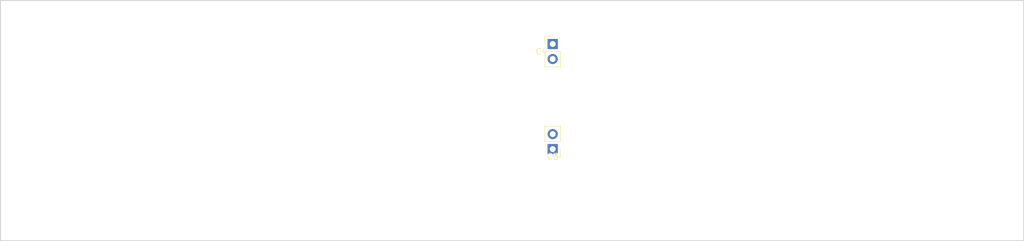
<source format=kicad_pcb>
(kicad_pcb (version 20171130) (host pcbnew "(5.1.10-1-10_14)")

  (general
    (thickness 1.6)
    (drawings 4)
    (tracks 0)
    (zones 0)
    (modules 2)
    (nets 4)
  )

  (page A2)
  (layers
    (0 F.Cu signal)
    (31 B.Cu signal)
    (32 B.Adhes user)
    (33 F.Adhes user)
    (34 B.Paste user)
    (35 F.Paste user)
    (36 B.SilkS user)
    (37 F.SilkS user)
    (38 B.Mask user)
    (39 F.Mask user)
    (40 Dwgs.User user)
    (41 Cmts.User user)
    (42 Eco1.User user)
    (43 Eco2.User user)
    (44 Edge.Cuts user)
    (45 Margin user)
    (46 B.CrtYd user)
    (47 F.CrtYd user)
    (48 B.Fab user hide)
    (49 F.Fab user hide)
  )

  (setup
    (last_trace_width 0.2)
    (trace_clearance 0.5)
    (zone_clearance 0.508)
    (zone_45_only yes)
    (trace_min 0.15)
    (via_size 0.6)
    (via_drill 0.3)
    (via_min_size 0.3)
    (via_min_drill 0.3)
    (uvia_size 0.3)
    (uvia_drill 0.1)
    (uvias_allowed no)
    (uvia_min_size 0.2)
    (uvia_min_drill 0.1)
    (edge_width 0.15)
    (segment_width 0.2)
    (pcb_text_width 0.3)
    (pcb_text_size 1.5 1.5)
    (mod_edge_width 0.15)
    (mod_text_size 1 1)
    (mod_text_width 0.15)
    (pad_size 1.524 1.524)
    (pad_drill 0.762)
    (pad_to_mask_clearance 0.2)
    (aux_axis_origin 0 0)
    (grid_origin 160.02 159.385)
    (visible_elements FFFEFF7F)
    (pcbplotparams
      (layerselection 0x010f0_80000001)
      (usegerberextensions false)
      (usegerberattributes true)
      (usegerberadvancedattributes true)
      (creategerberjobfile true)
      (excludeedgelayer true)
      (linewidth 0.100000)
      (plotframeref false)
      (viasonmask false)
      (mode 1)
      (useauxorigin false)
      (hpglpennumber 1)
      (hpglpenspeed 20)
      (hpglpendiameter 15.000000)
      (psnegative false)
      (psa4output false)
      (plotreference true)
      (plotvalue false)
      (plotinvisibletext false)
      (padsonsilk false)
      (subtractmaskfromsilk false)
      (outputformat 1)
      (mirror false)
      (drillshape 0)
      (scaleselection 1)
      (outputdirectory "grb-mc33179"))
  )

  (net 0 "")
  (net 1 +12V)
  (net 2 GND)
  (net 3 -12V)

  (net_class Default "This is the default net class."
    (clearance 0.5)
    (trace_width 0.2)
    (via_dia 0.6)
    (via_drill 0.3)
    (uvia_dia 0.3)
    (uvia_drill 0.1)
  )

  (net_class pow ""
    (clearance 0.4)
    (trace_width 0.4)
    (via_dia 0.6)
    (via_drill 0.3)
    (uvia_dia 0.3)
    (uvia_drill 0.1)
    (add_net +12V)
    (add_net -12V)
    (add_net GND)
  )

  (module Connector_PinHeader_2.54mm:PinHeader_1x02_P2.54mm_Vertical (layer F.Cu) (tedit 59FED5CC) (tstamp 5DB4D68B)
    (at 160.528 216.281 180)
    (descr "Through hole straight pin header, 1x02, 2.54mm pitch, single row")
    (tags "Through hole pin header THT 1x02 2.54mm single row")
    (path /5DA9FDF2/5DAA5CA9/5DAA4473)
    (fp_text reference C3 (at 0 -1.27) (layer F.SilkS)
      (effects (font (size 1 1) (thickness 0.15)))
    )
    (fp_text value 100n (at 0 1.5) (layer F.Fab)
      (effects (font (size 1 1) (thickness 0.15)))
    )
    (fp_line (start -0.635 -1.27) (end 1.27 -1.27) (layer F.Fab) (width 0.1))
    (fp_line (start 1.27 -1.27) (end 1.27 3.81) (layer F.Fab) (width 0.1))
    (fp_line (start 1.27 3.81) (end -1.27 3.81) (layer F.Fab) (width 0.1))
    (fp_line (start -1.27 3.81) (end -1.27 -0.635) (layer F.Fab) (width 0.1))
    (fp_line (start -1.27 -0.635) (end -0.635 -1.27) (layer F.Fab) (width 0.1))
    (fp_line (start -1.33 3.87) (end 1.33 3.87) (layer F.SilkS) (width 0.12))
    (fp_line (start -1.33 1.27) (end -1.33 3.87) (layer F.SilkS) (width 0.12))
    (fp_line (start 1.33 1.27) (end 1.33 3.87) (layer F.SilkS) (width 0.12))
    (fp_line (start -1.33 1.27) (end 1.33 1.27) (layer F.SilkS) (width 0.12))
    (fp_line (start -1.33 0) (end -1.33 -1.33) (layer F.SilkS) (width 0.12))
    (fp_line (start -1.33 -1.33) (end 0 -1.33) (layer F.SilkS) (width 0.12))
    (fp_line (start -1.8 -1.8) (end -1.8 4.35) (layer F.CrtYd) (width 0.05))
    (fp_line (start -1.8 4.35) (end 1.8 4.35) (layer F.CrtYd) (width 0.05))
    (fp_line (start 1.8 4.35) (end 1.8 -1.8) (layer F.CrtYd) (width 0.05))
    (fp_line (start 1.8 -1.8) (end -1.8 -1.8) (layer F.CrtYd) (width 0.05))
    (fp_text user %R (at 0 -1.5) (layer F.Fab)
      (effects (font (size 1 1) (thickness 0.15)))
    )
    (pad 2 thru_hole oval (at 0 2.54 180) (size 1.7 1.7) (drill 1) (layers *.Cu *.Mask)
      (net 1 +12V))
    (pad 1 thru_hole rect (at 0 0 180) (size 1.7 1.7) (drill 1) (layers *.Cu *.Mask)
      (net 2 GND))
    (model ${KISYS3DMOD}/Connector_PinHeader_2.54mm.3dshapes/PinHeader_1x02_P2.54mm_Vertical.wrl
      (at (xyz 0 0 0))
      (scale (xyz 1 1 1))
      (rotate (xyz 0 0 0))
    )
  )

  (module Connector_PinHeader_2.54mm:PinHeader_1x02_P2.54mm_Vertical (layer F.Cu) (tedit 59FED5CC) (tstamp 5DB4D69C)
    (at 160.528 198.501)
    (descr "Through hole straight pin header, 1x02, 2.54mm pitch, single row")
    (tags "Through hole pin header THT 1x02 2.54mm single row")
    (path /5DA9FDF2/5DAA5CA9/5DAA4471)
    (fp_text reference C4 (at -1.905 1.27 180) (layer F.SilkS)
      (effects (font (size 1 1) (thickness 0.15)))
    )
    (fp_text value 100n (at 0 1.5 180) (layer F.Fab)
      (effects (font (size 1 1) (thickness 0.15)))
    )
    (fp_line (start -0.635 -1.27) (end 1.27 -1.27) (layer F.Fab) (width 0.1))
    (fp_line (start 1.27 -1.27) (end 1.27 3.81) (layer F.Fab) (width 0.1))
    (fp_line (start 1.27 3.81) (end -1.27 3.81) (layer F.Fab) (width 0.1))
    (fp_line (start -1.27 3.81) (end -1.27 -0.635) (layer F.Fab) (width 0.1))
    (fp_line (start -1.27 -0.635) (end -0.635 -1.27) (layer F.Fab) (width 0.1))
    (fp_line (start -1.33 3.87) (end 1.33 3.87) (layer F.SilkS) (width 0.12))
    (fp_line (start -1.33 1.27) (end -1.33 3.87) (layer F.SilkS) (width 0.12))
    (fp_line (start 1.33 1.27) (end 1.33 3.87) (layer F.SilkS) (width 0.12))
    (fp_line (start -1.33 1.27) (end 1.33 1.27) (layer F.SilkS) (width 0.12))
    (fp_line (start -1.33 0) (end -1.33 -1.33) (layer F.SilkS) (width 0.12))
    (fp_line (start -1.33 -1.33) (end 0 -1.33) (layer F.SilkS) (width 0.12))
    (fp_line (start -1.8 -1.8) (end -1.8 4.35) (layer F.CrtYd) (width 0.05))
    (fp_line (start -1.8 4.35) (end 1.8 4.35) (layer F.CrtYd) (width 0.05))
    (fp_line (start 1.8 4.35) (end 1.8 -1.8) (layer F.CrtYd) (width 0.05))
    (fp_line (start 1.8 -1.8) (end -1.8 -1.8) (layer F.CrtYd) (width 0.05))
    (fp_text user %R (at 0 -1.5 180) (layer F.Fab)
      (effects (font (size 1 1) (thickness 0.15)))
    )
    (pad 2 thru_hole oval (at 0 2.54) (size 1.7 1.7) (drill 1) (layers *.Cu *.Mask)
      (net 3 -12V))
    (pad 1 thru_hole rect (at 0 0) (size 1.7 1.7) (drill 1) (layers *.Cu *.Mask)
      (net 2 GND))
    (model ${KISYS3DMOD}/Connector_PinHeader_2.54mm.3dshapes/PinHeader_1x02_P2.54mm_Vertical.wrl
      (at (xyz 0 0 0))
      (scale (xyz 1 1 1))
      (rotate (xyz 0 0 0))
    )
  )

  (gr_line (start 67.31 191.135) (end 67.31 231.775) (angle 90) (layer Edge.Cuts) (width 0.15))
  (gr_line (start 240.03 191.135) (end 240.03 231.775) (angle 90) (layer Edge.Cuts) (width 0.15))
  (gr_line (start 67.31 231.775) (end 240.03 231.775) (angle 90) (layer Edge.Cuts) (width 0.15))
  (gr_line (start 240.03 191.135) (end 67.31 191.135) (angle 90) (layer Edge.Cuts) (width 0.15))

)

</source>
